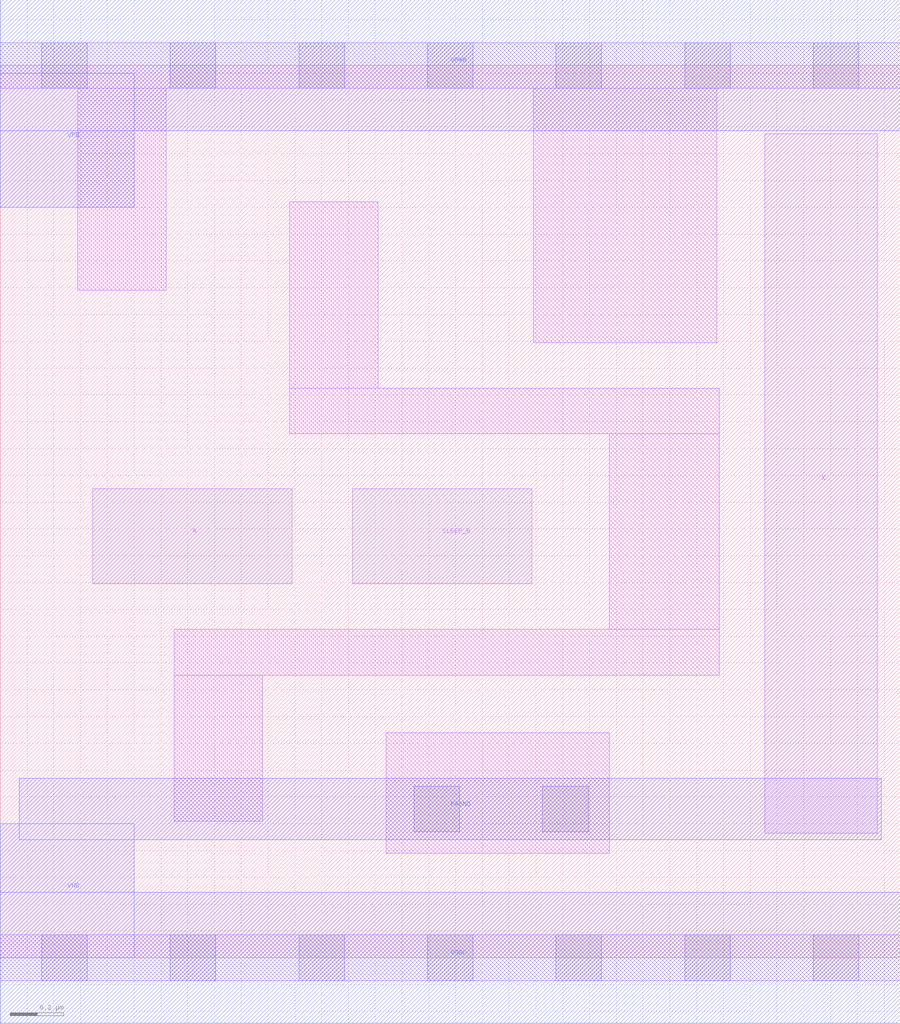
<source format=lef>
# Copyright 2020 The SkyWater PDK Authors
#
# Licensed under the Apache License, Version 2.0 (the "License");
# you may not use this file except in compliance with the License.
# You may obtain a copy of the License at
#
#     https://www.apache.org/licenses/LICENSE-2.0
#
# Unless required by applicable law or agreed to in writing, software
# distributed under the License is distributed on an "AS IS" BASIS,
# WITHOUT WARRANTIES OR CONDITIONS OF ANY KIND, either express or implied.
# See the License for the specific language governing permissions and
# limitations under the License.
#
# SPDX-License-Identifier: Apache-2.0

VERSION 5.5 ;
NAMESCASESENSITIVE ON ;
BUSBITCHARS "[]" ;
DIVIDERCHAR "/" ;
MACRO sky130_fd_sc_lp__iso0n_lp
  CLASS CORE ;
  SOURCE USER ;
  ORIGIN  0.000000  0.000000 ;
  SIZE  3.360000 BY  3.330000 ;
  SYMMETRY X Y R90 ;
  SITE unit ;
  PIN A
    ANTENNAGATEAREA  0.189000 ;
    DIRECTION INPUT ;
    USE SIGNAL ;
    PORT
      LAYER li1 ;
        RECT 0.345000 1.395000 1.090000 1.750000 ;
    END
  END A
  PIN SLEEP_B
    ANTENNAGATEAREA  0.189000 ;
    DIRECTION INPUT ;
    USE SIGNAL ;
    PORT
      LAYER li1 ;
        RECT 1.315000 1.395000 1.985000 1.750000 ;
    END
  END SLEEP_B
  PIN X
    ANTENNADIFFAREA  0.445200 ;
    DIRECTION OUTPUT ;
    USE SIGNAL ;
    PORT
      LAYER li1 ;
        RECT 2.855000 0.465000 3.275000 3.075000 ;
    END
  END X
  PIN KAGND
    ANTENNADIFFAREA  0.357000 ;
    USE GROUND ;
    PORT
      LAYER met1 ;
        RECT 0.070000 0.440000 3.290000 0.670000 ;
    END
  END KAGND
  PIN VGND
    DIRECTION INOUT ;
    USE GROUND ;
    PORT
      LAYER met1 ;
        RECT 0.000000 -0.245000 3.360000 0.245000 ;
    END
  END VGND
  PIN VNB
    DIRECTION INOUT ;
    USE GROUND ;
    PORT
      LAYER met1 ;
        RECT 0.000000 0.000000 0.500000 0.500000 ;
    END
  END VNB
  PIN VPB
    DIRECTION INOUT ;
    USE POWER ;
    PORT
      LAYER met1 ;
        RECT 0.000000 2.800000 0.500000 3.300000 ;
    END
  END VPB
  PIN VPWR
    DIRECTION INOUT ;
    USE POWER ;
    PORT
      LAYER met1 ;
        RECT 0.000000 3.085000 3.360000 3.575000 ;
    END
  END VPWR
  OBS
    LAYER li1 ;
      RECT 0.000000 -0.085000 3.360000 0.085000 ;
      RECT 0.000000  3.245000 3.360000 3.415000 ;
      RECT 0.290000  2.490000 0.620000 3.245000 ;
      RECT 0.650000  0.510000 0.980000 1.055000 ;
      RECT 0.650000  1.055000 2.685000 1.225000 ;
      RECT 1.080000  1.955000 2.685000 2.125000 ;
      RECT 1.080000  2.125000 1.410000 2.820000 ;
      RECT 1.440000  0.390000 2.275000 0.840000 ;
      RECT 1.990000  2.295000 2.675000 3.245000 ;
      RECT 2.275000  1.225000 2.685000 1.955000 ;
    LAYER mcon ;
      RECT 0.155000 -0.085000 0.325000 0.085000 ;
      RECT 0.155000  3.245000 0.325000 3.415000 ;
      RECT 0.635000 -0.085000 0.805000 0.085000 ;
      RECT 0.635000  3.245000 0.805000 3.415000 ;
      RECT 1.115000 -0.085000 1.285000 0.085000 ;
      RECT 1.115000  3.245000 1.285000 3.415000 ;
      RECT 1.545000  0.470000 1.715000 0.640000 ;
      RECT 1.595000 -0.085000 1.765000 0.085000 ;
      RECT 1.595000  3.245000 1.765000 3.415000 ;
      RECT 2.025000  0.470000 2.195000 0.640000 ;
      RECT 2.075000 -0.085000 2.245000 0.085000 ;
      RECT 2.075000  3.245000 2.245000 3.415000 ;
      RECT 2.555000 -0.085000 2.725000 0.085000 ;
      RECT 2.555000  3.245000 2.725000 3.415000 ;
      RECT 3.035000 -0.085000 3.205000 0.085000 ;
      RECT 3.035000  3.245000 3.205000 3.415000 ;
  END
END sky130_fd_sc_lp__iso0n_lp

</source>
